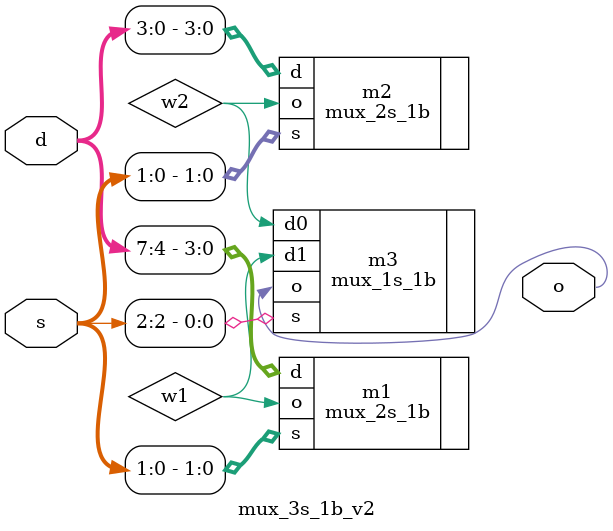
<source format=v>
module mux_3s_1b_v2 (
  input [7:0] d,
  input [2:0] s,
  output o
  );
  
wire w1,w2;

// Layer 1

mux_2s_1b m1 (
                .d(d[7:4]),
                .s(s[1:0]),
                .o(w1)
                );

mux_2s_1b m2 (
                .d(d[3:0]),
                .s(s[1:0]),
                .o(w2)
                );
                
// Layer 2

mux_1s_1b m3 (
                .d1(w1),
                .d0(w2),
                .s(s[2]),
                .o(o)
                );
                
endmodule
</source>
